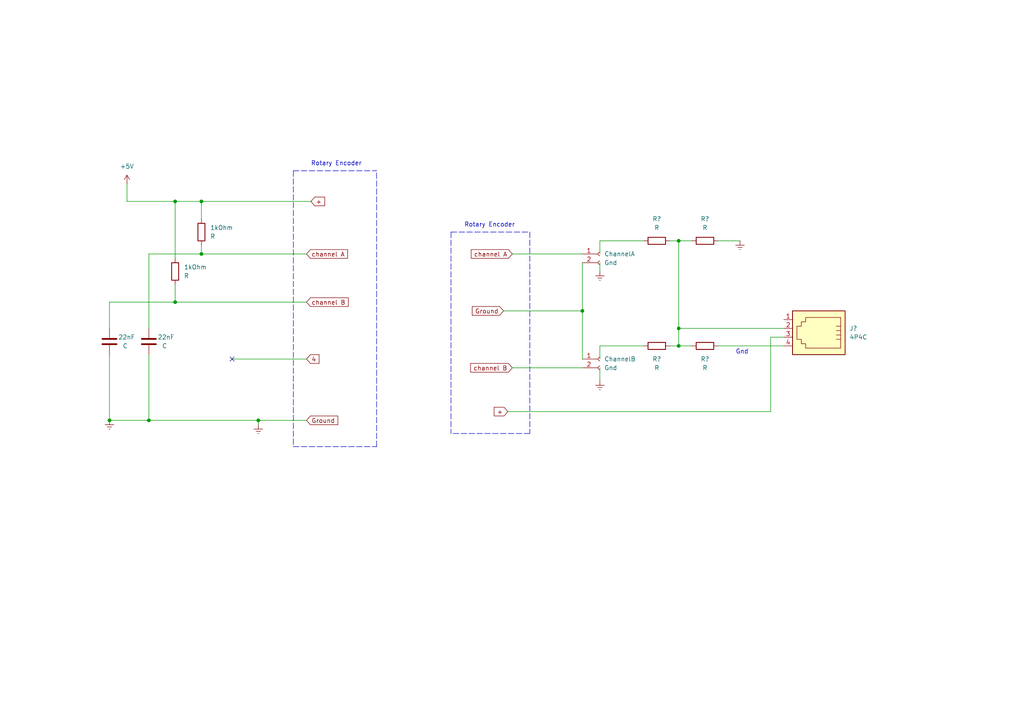
<source format=kicad_sch>
(kicad_sch (version 20211123) (generator eeschema)
  (paper "A4")
  (lib_symbols
    (symbol "Connector:4P4C" (pin_names (offset 1.016))
      (property "Reference" "J" (at -5.08 8.89 0))
      (property "Value" "4P4C" (at 2.54 8.89 0))
      (symbol "4P4C_0_1"
        (polyline (pts (xy -6.35 -0.635) (xy -5.08 -0.635) (xy -5.08 -0.635)))
        (polyline (pts (xy -6.35 0.635) (xy -5.08 0.635) (xy -5.08 0.635)))
        (polyline (pts (xy -6.35 1.905) (xy -5.08 1.905) (xy -5.08 1.905)))
        (polyline (pts (xy -6.35 3.175) (xy -5.08 3.175) (xy -5.08 3.175)))
        (polyline (pts (xy -6.35 -3.175) (xy -6.35 5.715) (xy -1.27 5.715) (xy 3.81 5.715) (xy 3.81 4.445) (xy 5.08 4.445) (xy 5.08 3.175) (xy 6.35 3.175) (xy 6.35 -0.635) (xy 5.08 -0.635) (xy 5.08 -1.905) (xy 3.81 -1.905) (xy 3.81 -3.175) (xy -6.35 -3.175) (xy -6.35 -3.175)))
        (rectangle (start 7.62 7.62) (end -7.62 -5.08) (stroke (width 0.254)) (fill (type background)))
      )
      (symbol "4P4C_1_1"
        (pin passive line (at 10.16 -2.54 180) (length 2.54) (name "~") (number "1"))
        (pin passive line (at 10.16 0 180) (length 2.54) (name "~") (number "2"))
        (pin passive line (at 10.16 2.54 180) (length 2.54) (name "~") (number "3"))
        (pin passive line (at 10.16 5.08 180) (length 2.54) (name "~") (number "4"))
      )
    )
    (symbol "Connector:Conn_01x02_Female" (pin_names (offset 1.016) hide)
      (property "Reference" "J" (at 0 2.54 0))
      (property "Value" "Conn_01x02_Female" (at 0 -5.08 0))
      (symbol "Conn_01x02_Female_1_1"
        (arc (start 0 -2.032) (mid -0.508 -2.54) (end 0 -3.048) (stroke (width 0.1524)))
        (polyline (pts (xy -1.27 -2.54) (xy -0.508 -2.54)) (stroke (width 0.1524)))
        (polyline (pts (xy -1.27 0) (xy -0.508 0)) (stroke (width 0.1524)))
        (arc (start 0 0.508) (mid -0.508 0) (end 0 -0.508) (stroke (width 0.1524)))
        (pin passive line (at -5.08 0 0) (length 3.81) (name "Pin_1") (number "1"))
        (pin passive line (at -5.08 -2.54 0) (length 3.81) (name "Pin_2") (number "2"))
      )
    )
    (symbol "Device:C" (pin_numbers hide) (pin_names (offset 0.254))
      (property "Reference" "C" (at 0.635 2.54 0))
      (property "Value" "C" (at 0.635 -2.54 0))
      (symbol "C_0_1"
        (polyline (pts (xy -2.032 -0.762) (xy 2.032 -0.762)) (stroke (width 0.508)))
        (polyline (pts (xy -2.032 0.762) (xy 2.032 0.762)) (stroke (width 0.508)))
      )
      (symbol "C_1_1"
        (pin passive line (at 0 3.81 270) (length 2.794) (name "~") (number "1"))
        (pin passive line (at 0 -3.81 90) (length 2.794) (name "~") (number "2"))
      )
    )
    (symbol "Device:R" (pin_numbers hide) (pin_names (offset 0))
      (property "Reference" "R" (at 2.032 0 90))
      (property "Value" "R" (at 0 0 90))
      (symbol "R_0_1"
        (rectangle (start -1.016 -2.54) (end 1.016 2.54) (stroke (width 0.254)))
      )
      (symbol "R_1_1"
        (pin passive line (at 0 3.81 270) (length 1.27) (name "~") (number "1"))
        (pin passive line (at 0 -3.81 90) (length 1.27) (name "~") (number "2"))
      )
    )
    (symbol "power:+5V" (power) (pin_names (offset 0))
      (property "Value" "+5V" (at 0 3.556 0))
      (symbol "+5V_0_1"
        (polyline (pts (xy -0.762 1.27) (xy 0 2.54)))
        (polyline (pts (xy 0 0) (xy 0 2.54)))
        (polyline (pts (xy 0 2.54) (xy 0.762 1.27)))
      )
      (symbol "+5V_1_1"
        (pin power_in line (at 0 0 90) (length 0) hide (name "+5V") (number "1"))
      )
    )
    (symbol "power:Earth" (power) (pin_names (offset 0))
      (symbol "Earth_0_1"
        (polyline (pts (xy -0.635 -1.905) (xy 0.635 -1.905)))
        (polyline (pts (xy -0.127 -2.54) (xy 0.127 -2.54)))
        (polyline (pts (xy 0 -1.27) (xy 0 0)))
        (polyline (pts (xy 1.27 -1.27) (xy -1.27 -1.27)))
      )
      (symbol "Earth_1_1"
        (pin power_in line (at 0 0 270) (length 0) hide (name "Earth") (number "1"))
      )
    )
  )
  (junction (at 196.85 69.85))
  (junction (at 74.93 121.92))
  (junction (at 168.91 90.17))
  (junction (at 58.42 58.42))
  (junction (at 196.85 95.25))
  (junction (at 50.8 58.42))
  (junction (at 58.42 73.66))
  (junction (at 196.85 100.33))
  (junction (at 50.8 87.63))
  (junction (at 43.18 121.92))
  (junction (at 31.75 121.92))
  (no_connect (at 67.31 104.14))
  (wire (pts (xy 148.59 73.66) (xy 168.91 73.66)))
  (wire (pts (xy 58.42 58.42) (xy 58.42 63.5)))
  (polyline (pts (xy 153.67 125.73) (xy 130.81 125.73)))
  (wire (pts (xy 43.18 121.92) (xy 74.93 121.92)))
  (wire (pts (xy 173.99 76.2) (xy 173.99 78.74)))
  (wire (pts (xy 58.42 73.66) (xy 88.9 73.66)))
  (wire (pts (xy 196.85 69.85) (xy 200.66 69.85)))
  (wire (pts (xy 208.28 100.33) (xy 227.33 100.33)))
  (wire (pts (xy 31.75 121.92) (xy 43.18 121.92)))
  (wire (pts (xy 43.18 102.87) (xy 43.18 121.92)))
  (wire (pts (xy 36.83 58.42) (xy 50.8 58.42)))
  (wire (pts (xy 50.8 58.42) (xy 58.42 58.42)))
  (wire (pts (xy 173.99 104.14) (xy 173.99 100.33)))
  (polyline (pts (xy 130.81 67.31) (xy 153.67 67.31)))
  (polyline (pts (xy 85.09 49.53) (xy 109.22 49.53)))
  (wire (pts (xy 58.42 58.42) (xy 90.17 58.42)))
  (polyline (pts (xy 85.09 49.53) (xy 85.09 129.54)))
  (wire (pts (xy 173.99 100.33) (xy 186.69 100.33)))
  (polyline (pts (xy 109.22 129.54) (xy 109.22 49.53)))
  (wire (pts (xy 208.28 69.85) (xy 214.63 69.85)))
  (wire (pts (xy 43.18 73.66) (xy 43.18 95.25)))
  (wire (pts (xy 194.31 100.33) (xy 196.85 100.33)))
  (wire (pts (xy 58.42 71.12) (xy 58.42 73.66)))
  (wire (pts (xy 36.83 53.34) (xy 36.83 58.42)))
  (wire (pts (xy 173.99 106.68) (xy 173.99 110.49)))
  (wire (pts (xy 31.75 87.63) (xy 50.8 87.63)))
  (wire (pts (xy 50.8 58.42) (xy 50.8 74.93)))
  (wire (pts (xy 223.52 119.38) (xy 223.52 97.79)))
  (wire (pts (xy 50.8 87.63) (xy 88.9 87.63)))
  (wire (pts (xy 196.85 95.25) (xy 196.85 100.33)))
  (wire (pts (xy 196.85 95.25) (xy 227.33 95.25)))
  (wire (pts (xy 168.91 90.17) (xy 168.91 104.14)))
  (wire (pts (xy 74.93 121.92) (xy 88.9 121.92)))
  (wire (pts (xy 67.31 104.14) (xy 88.9 104.14)))
  (wire (pts (xy 173.99 73.66) (xy 173.99 69.85)))
  (polyline (pts (xy 153.67 67.31) (xy 153.67 125.73)))
  (wire (pts (xy 74.93 121.92) (xy 74.93 123.19)))
  (polyline (pts (xy 85.09 129.54) (xy 109.22 129.54)))
  (wire (pts (xy 168.91 76.2) (xy 168.91 90.17)))
  (polyline (pts (xy 130.81 67.31) (xy 130.81 125.73)))
  (wire (pts (xy 43.18 73.66) (xy 58.42 73.66)))
  (wire (pts (xy 173.99 69.85) (xy 186.69 69.85)))
  (wire (pts (xy 223.52 97.79) (xy 227.33 97.79)))
  (wire (pts (xy 196.85 69.85) (xy 196.85 95.25)))
  (wire (pts (xy 50.8 82.55) (xy 50.8 87.63)))
  (wire (pts (xy 147.32 119.38) (xy 223.52 119.38)))
  (wire (pts (xy 148.59 106.68) (xy 168.91 106.68)))
  (wire (pts (xy 146.05 90.17) (xy 168.91 90.17)))
  (wire (pts (xy 196.85 100.33) (xy 200.66 100.33)))
  (wire (pts (xy 31.75 102.87) (xy 31.75 121.92)))
  (wire (pts (xy 194.31 69.85) (xy 196.85 69.85)))
  (wire (pts (xy 31.75 87.63) (xy 31.75 95.25)))
  (text "Rotary Encoder" (at 90.17 48.26 0) (effects (font (size 1.27 1.27)) (justify left bottom)))
  (text "Gnd\n" (at 213.36 102.87 0) (effects (font (size 1.27 1.27)) (justify left bottom)))
  (text "Rotary Encoder\n" (at 134.62 66.04 0) (effects (font (size 1.27 1.27)) (justify left bottom)))
  (global_label "channel B" (shape input) (at 148.59 106.68 180) (property "Intersheet References" "${INTERSHEET_REFS}" (effects hide)))
  (global_label "+" (shape input) (at 147.32 119.38 180) (property "Intersheet References" "${INTERSHEET_REFS}" (effects hide)))
  (global_label "channel A" (shape input) (at 88.9 73.66 0) (property "Intersheet References" "${INTERSHEET_REFS}" (effects hide)))
  (global_label "+" (shape input) (at 90.17 58.42 0) (property "Intersheet References" "${INTERSHEET_REFS}" (effects hide)))
  (global_label "Ground" (shape input) (at 88.9 121.92 0) (property "Intersheet References" "${INTERSHEET_REFS}" (effects hide)))
  (global_label "4" (shape input) (at 88.9 104.14 0) (property "Intersheet References" "${INTERSHEET_REFS}" (effects hide)))
  (global_label "channel B" (shape input) (at 88.9 87.63 0) (property "Intersheet References" "${INTERSHEET_REFS}" (effects hide)))
  (global_label "channel A" (shape input) (at 148.59 73.66 180) (property "Intersheet References" "${INTERSHEET_REFS}" (effects hide)))
  (global_label "Ground" (shape input) (at 146.05 90.17 180) (property "Intersheet References" "${INTERSHEET_REFS}" (effects hide)))
  (symbol (lib_id "power:Earth") (at 74.93 123.19 0) (unit 1)
    (property "Reference" "#PWR?" (effects hide))
    (property "Value" "Earth" (effects hide))
  )
  (symbol (lib_id "Device:R") (at 190.5 69.85 90) (unit 1)
    (property "Reference" "R?" (at 190.5 63.5 90))
    (property "Value" "R" (at 190.5 66.04 90))
  )
  (symbol (lib_id "Connector:4P4C") (at 237.49 95.25 180) (unit 1)
    (property "Reference" "J?" (at 246.38 95.2499 0) (effects (justify right)))
    (property "Value" "4P4C" (at 246.38 97.7899 0) (effects (justify right)))
  )
  (symbol (lib_id "Device:R") (at 50.8 78.74 0) (unit 1)
    (property "Reference" "1kOhm" (at 53.34 77.4699 0) (effects (justify left)))
    (property "Value" "R" (at 53.34 80.0099 0) (effects (justify left)))
  )
  (symbol (lib_id "Device:R") (at 204.47 69.85 270) (unit 1)
    (property "Reference" "R?" (at 204.47 63.5 90))
    (property "Value" "R" (at 204.47 66.04 90))
  )
  (symbol (lib_id "Device:R") (at 58.42 67.31 0) (unit 1)
    (property "Reference" "1kOhm" (at 60.96 66.0399 0) (effects (justify left)))
    (property "Value" "R" (at 60.96 68.5799 0) (effects (justify left)))
  )
  (symbol (lib_id "Device:R") (at 190.5 100.33 90) (unit 1)
    (property "Reference" "R?" (at 190.5 104.14 90))
    (property "Value" "R" (at 190.5 106.68 90))
  )
  (symbol (lib_id "power:+5V") (at 36.83 53.34 0) (unit 1)
    (property "Reference" "#PWR?" (effects hide))
    (property "Value" "+5V" (at 36.83 48.26 0))
  )
  (symbol (lib_id "power:Earth") (at 173.99 78.74 0) (unit 1)
    (property "Reference" "#PWR?" (effects hide))
    (property "Value" "Earth" (effects hide))
  )
  (symbol (lib_id "power:Earth") (at 214.63 69.85 0) (unit 1)
    (property "Reference" "#PWR?" (effects hide))
    (property "Value" "Earth" (effects hide))
  )
  (symbol (lib_id "Device:R") (at 204.47 100.33 270) (unit 1)
    (property "Reference" "R?" (at 204.47 104.14 90))
    (property "Value" "R" (at 204.47 106.68 90))
  )
  (symbol (lib_id "Device:C") (at 31.75 99.06 0) (unit 1)
    (property "Reference" "22nF" (at 34.29 97.79 0) (effects (justify left)))
    (property "Value" "C" (at 35.56 100.3299 0) (effects (justify left)))
  )
  (symbol (lib_id "power:Earth") (at 31.75 121.92 0) (unit 1)
    (property "Reference" "#PWR?" (effects hide))
    (property "Value" "Earth" (effects hide))
  )
  (symbol (lib_id "Connector:Conn_01x02_Female") (at 173.99 73.66 0) (unit 1)
    (property "Reference" "ChannelA" (at 175.26 73.6599 0) (effects (justify left)))
    (property "Value" "Gnd" (at 175.26 76.1999 0) (effects (justify left)))
  )
  (symbol (lib_id "Device:C") (at 43.18 99.06 0) (unit 1)
    (property "Reference" "22nF" (at 45.72 97.79 0) (effects (justify left)))
    (property "Value" "C" (at 46.99 100.3299 0) (effects (justify left)))
  )
  (symbol (lib_id "Connector:Conn_01x02_Female") (at 173.99 104.14 0) (unit 1)
    (property "Reference" "ChannelB" (at 175.26 104.1399 0) (effects (justify left)))
    (property "Value" "Gnd" (at 175.26 106.6799 0) (effects (justify left)))
  )
  (symbol (lib_id "power:Earth") (at 173.99 110.49 0) (unit 1)
    (property "Reference" "#PWR?" (effects hide))
    (property "Value" "Earth" (effects hide))
  )
)
</source>
